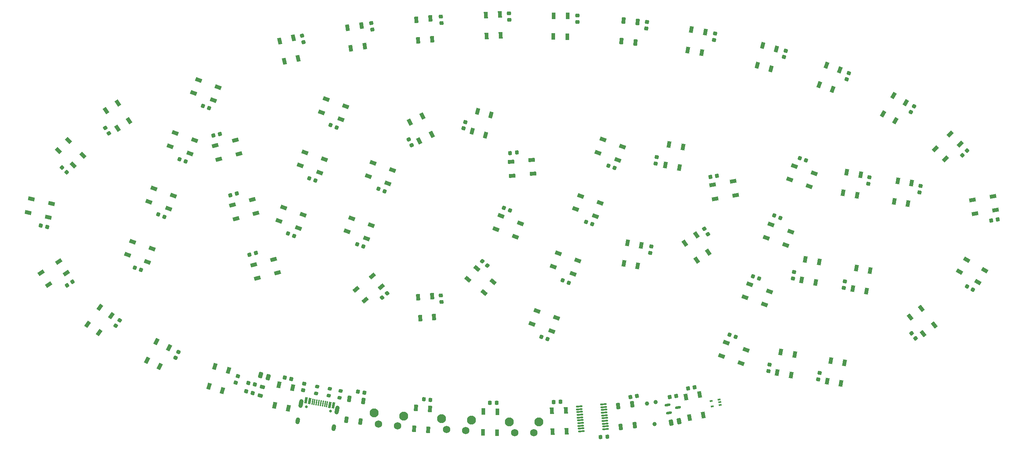
<source format=gts>
%TF.GenerationSoftware,KiCad,Pcbnew,(7.0.0)*%
%TF.CreationDate,2023-11-20T00:40:36-04:00*%
%TF.ProjectId,nopesign,6e6f7065-7369-4676-9e2e-6b696361645f,rev?*%
%TF.SameCoordinates,Original*%
%TF.FileFunction,Soldermask,Top*%
%TF.FilePolarity,Negative*%
%FSLAX46Y46*%
G04 Gerber Fmt 4.6, Leading zero omitted, Abs format (unit mm)*
G04 Created by KiCad (PCBNEW (7.0.0)) date 2023-11-20 00:40:36*
%MOMM*%
%LPD*%
G01*
G04 APERTURE LIST*
G04 Aperture macros list*
%AMRoundRect*
0 Rectangle with rounded corners*
0 $1 Rounding radius*
0 $2 $3 $4 $5 $6 $7 $8 $9 X,Y pos of 4 corners*
0 Add a 4 corners polygon primitive as box body*
4,1,4,$2,$3,$4,$5,$6,$7,$8,$9,$2,$3,0*
0 Add four circle primitives for the rounded corners*
1,1,$1+$1,$2,$3*
1,1,$1+$1,$4,$5*
1,1,$1+$1,$6,$7*
1,1,$1+$1,$8,$9*
0 Add four rect primitives between the rounded corners*
20,1,$1+$1,$2,$3,$4,$5,0*
20,1,$1+$1,$4,$5,$6,$7,0*
20,1,$1+$1,$6,$7,$8,$9,0*
20,1,$1+$1,$8,$9,$2,$3,0*%
%AMHorizOval*
0 Thick line with rounded ends*
0 $1 width*
0 $2 $3 position (X,Y) of the first rounded end (center of the circle)*
0 $4 $5 position (X,Y) of the second rounded end (center of the circle)*
0 Add line between two ends*
20,1,$1,$2,$3,$4,$5,0*
0 Add two circle primitives to create the rounded ends*
1,1,$1,$2,$3*
1,1,$1,$4,$5*%
%AMRotRect*
0 Rectangle, with rotation*
0 The origin of the aperture is its center*
0 $1 length*
0 $2 width*
0 $3 Rotation angle, in degrees counterclockwise*
0 Add horizontal line*
21,1,$1,$2,0,0,$3*%
G04 Aperture macros list end*
%ADD10RoundRect,0.250000X0.364421X0.394110X-0.118542X0.523520X-0.364421X-0.394110X0.118542X-0.523520X0*%
%ADD11RotRect,1.500000X0.900000X80.000000*%
%ADD12RoundRect,0.225000X0.157969X-0.296936X0.311878X0.125926X-0.157969X0.296936X-0.311878X-0.125926X0*%
%ADD13RoundRect,0.225000X-0.296936X-0.157969X0.125926X-0.311878X0.296936X0.157969X-0.125926X0.311878X0*%
%ADD14RoundRect,0.225000X0.296936X0.157969X-0.125926X0.311878X-0.296936X-0.157969X0.125926X-0.311878X0*%
%ADD15RoundRect,0.225000X0.207131X-0.264994X0.285273X0.178170X-0.207131X0.264994X-0.285273X-0.178170X0*%
%ADD16RoundRect,0.225000X-0.268659X0.202355X-0.229439X-0.245933X0.268659X-0.202355X0.229439X0.245933X0*%
%ADD17RoundRect,0.225000X-0.207131X0.264994X-0.285273X-0.178170X0.207131X-0.264994X0.285273X0.178170X0*%
%ADD18RoundRect,0.225000X-0.333843X0.040915X-0.075733X-0.327703X0.333843X-0.040915X0.075733X0.327703X0*%
%ADD19RoundRect,0.225000X0.319856X0.104006X-0.069856X0.329006X-0.319856X-0.104006X0.069856X-0.329006X0*%
%ADD20RoundRect,0.225000X0.017678X-0.335876X0.335876X-0.017678X-0.017678X0.335876X-0.335876X0.017678X0*%
%ADD21RoundRect,0.225000X-0.282120X0.183121X-0.211724X-0.261338X0.282120X-0.183121X0.211724X0.261338X0*%
%ADD22RoundRect,0.225000X0.225112X-0.249900X0.272149X0.197635X-0.225112X0.249900X-0.272149X-0.197635X0*%
%ADD23RotRect,1.500000X0.900000X160.000000*%
%ADD24RoundRect,0.225000X0.268659X-0.202355X0.229439X0.245933X-0.268659X0.202355X-0.229439X-0.245933X0*%
%ADD25RoundRect,0.225000X-0.299648X-0.152762X0.120464X-0.314028X0.299648X0.152762X-0.120464X0.314028X0*%
%ADD26RoundRect,0.225000X-0.183247X0.282038X-0.299716X-0.152629X0.183247X-0.282038X0.299716X0.152629X0*%
%ADD27RoundRect,0.225000X-0.126065X0.311821X-0.323332X-0.092636X0.126065X-0.311821X0.323332X0.092636X0*%
%ADD28RoundRect,0.225000X-0.011663X-0.336138X0.333057X-0.046884X0.011663X0.336138X-0.333057X0.046884X0*%
%ADD29RoundRect,0.225000X-0.070003X0.328975X-0.334506X-0.035083X0.070003X-0.328975X0.334506X0.035083X0*%
%ADD30RoundRect,0.225000X-0.152629X-0.299716X0.282038X-0.183247X0.152629X0.299716X-0.282038X0.183247X0*%
%ADD31RoundRect,0.225000X0.152629X0.299716X-0.282038X0.183247X-0.152629X-0.299716X0.282038X-0.183247X0*%
%ADD32RoundRect,0.225000X-0.335876X-0.017678X-0.017678X-0.335876X0.335876X0.017678X0.017678X0.335876X0*%
%ADD33RoundRect,0.225000X0.275471X0.192979X-0.162996X0.294207X-0.275471X-0.192979X0.162996X-0.294207X0*%
%ADD34RoundRect,0.225000X-0.257604X-0.216253X0.188017X-0.278881X0.257604X0.216253X-0.188017X0.278881X0*%
%ADD35RoundRect,0.225000X0.229329X0.246035X-0.220603X0.253889X-0.229329X-0.246035X0.220603X-0.253889X0*%
%ADD36RoundRect,0.225000X-0.192856X-0.275557X0.253790X-0.220716X0.192856X0.275557X-0.253790X0.220716X0*%
%ADD37RoundRect,0.150000X-0.478667X-0.236716X0.530761X-0.058726X0.478667X0.236716X-0.530761X0.058726X0*%
%ADD38RoundRect,0.250000X-0.163719X-0.511196X0.328685X-0.424372X0.163719X0.511196X-0.328685X0.424372X0*%
%ADD39RotRect,1.500000X0.900000X260.000000*%
%ADD40RoundRect,0.225000X0.104006X-0.319856X0.329006X0.069856X-0.104006X0.319856X-0.329006X-0.069856X0*%
%ADD41RotRect,1.500000X0.900000X240.000000*%
%ADD42RoundRect,0.225000X-0.335527X0.023387X-0.058479X-0.331218X0.335527X-0.023387X0.058479X0.331218X0*%
%ADD43RotRect,1.500000X0.900000X339.000000*%
%ADD44RotRect,1.500000X0.900000X15.000000*%
%ADD45RoundRect,0.225000X-0.178170X-0.285273X0.264994X-0.207131X0.178170X0.285273X-0.264994X0.207131X0*%
%ADD46RoundRect,0.200000X0.236092X-0.244715X0.305552X0.149208X-0.236092X0.244715X-0.305552X-0.149208X0*%
%ADD47RoundRect,0.225000X0.246035X-0.229329X0.253889X0.220603X-0.246035X0.229329X-0.253889X-0.220603X0*%
%ADD48RoundRect,0.225000X0.202355X0.268659X-0.245933X0.229439X-0.202355X-0.268659X0.245933X-0.229439X0*%
%ADD49RotRect,1.500000X0.900000X258.000000*%
%ADD50RotRect,1.500000X0.900000X272.000000*%
%ADD51RotRect,1.500000X0.900000X279.000000*%
%ADD52RotRect,1.500000X0.900000X340.000000*%
%ADD53RoundRect,0.225000X0.245933X0.229439X-0.202355X0.268659X-0.245933X-0.229439X0.202355X-0.268659X0*%
%ADD54RoundRect,0.225000X0.272061X0.197757X-0.168105X0.291317X-0.272061X-0.197757X0.168105X-0.291317X0*%
%ADD55C,2.100000*%
%ADD56C,1.750000*%
%ADD57RotRect,1.500000X0.900000X123.000000*%
%ADD58RoundRect,0.225000X0.257700X-0.216138X0.241995X0.233588X-0.257700X0.216138X-0.241995X-0.233588X0*%
%ADD59RotRect,0.650000X0.400000X190.000000*%
%ADD60RotRect,1.500000X0.900000X280.000000*%
%ADD61RoundRect,0.218750X0.311643X-0.309971X0.424876X0.112622X-0.311643X0.309971X-0.424876X-0.112622X0*%
%ADD62RotRect,1.500000X0.900000X320.000000*%
%ADD63RotRect,1.500000X0.900000X269.000000*%
%ADD64RoundRect,0.225000X0.178170X0.285273X-0.264994X0.207131X-0.178170X-0.285273X0.264994X-0.207131X0*%
%ADD65RoundRect,0.225000X0.282038X0.183247X-0.152629X0.299716X-0.282038X-0.183247X0.152629X-0.299716X0*%
%ADD66RotRect,1.500000X0.900000X10.000000*%
%ADD67RoundRect,0.225000X0.183247X-0.282038X0.299716X0.152629X-0.183247X0.282038X-0.299716X-0.152629X0*%
%ADD68RotRect,1.500000X0.900000X167.000000*%
%ADD69RotRect,1.500000X0.900000X253.000000*%
%ADD70RotRect,1.500000X0.900000X128.000000*%
%ADD71RoundRect,0.225000X-0.173293X0.288261X-0.304860X-0.142076X0.173293X-0.288261X0.304860X0.142076X0*%
%ADD72RotRect,1.500000X0.900000X220.000000*%
%ADD73RotRect,1.500000X0.900000X75.000000*%
%ADD74RotRect,1.500000X0.900000X275.000000*%
%ADD75RoundRect,0.225000X0.294207X-0.162996X0.192979X0.275471X-0.294207X0.162996X-0.192979X-0.275471X0*%
%ADD76RotRect,1.500000X0.900000X225.000000*%
%ADD77RotRect,1.500000X0.900000X135.000000*%
%ADD78HorizOval,1.000000X-0.054671X-0.294976X0.054671X0.294976X0*%
%ADD79HorizOval,1.000000X-0.100230X-0.540790X0.100230X0.540790X0*%
%ADD80RotRect,0.600000X1.450000X349.500000*%
%ADD81RotRect,0.300000X1.450000X349.500000*%
%ADD82C,0.650000*%
%ADD83RotRect,1.500000X0.900000X265.000000*%
%ADD84RoundRect,0.225000X-0.202355X-0.268659X0.245933X-0.229439X0.202355X0.268659X-0.245933X0.229439X0*%
%ADD85RoundRect,0.225000X0.324899X-0.086979X0.120604X0.313974X-0.324899X0.086979X-0.120604X-0.313974X0*%
%ADD86RotRect,1.500000X0.900000X262.000000*%
%ADD87RotRect,1.500000X0.900000X150.000000*%
%ADD88RotRect,1.500000X0.900000X117.000000*%
%ADD89RoundRect,0.225000X-0.333057X-0.046884X0.011663X-0.336138X0.333057X0.046884X-0.011663X0.336138X0*%
%ADD90C,0.990600*%
%ADD91RotRect,1.500000X0.900000X250.000000*%
%ADD92RotRect,1.500000X0.900000X5.000000*%
%ADD93RotRect,1.500000X0.900000X244.000000*%
%ADD94RotRect,1.500000X0.900000X234.000000*%
%ADD95RotRect,1.500000X0.900000X264.000000*%
%ADD96RoundRect,0.100000X-0.626359X-0.155181X0.643790X-0.044058X0.626359X0.155181X-0.643790X0.044058X0*%
%ADD97RotRect,1.500000X0.900000X255.000000*%
%ADD98RoundRect,0.225000X0.332211X-0.052541X0.087124X0.324861X-0.332211X0.052541X-0.087124X-0.324861X0*%
%ADD99RoundRect,0.225000X0.216138X0.257700X-0.233588X0.241995X-0.216138X-0.257700X0.233588X-0.241995X0*%
%ADD100RotRect,1.500000X0.900000X277.000000*%
%ADD101RotRect,1.500000X0.900000X305.000000*%
%ADD102RotRect,1.500000X0.900000X283.000000*%
%ADD103RotRect,1.500000X0.900000X190.000000*%
%ADD104RoundRect,0.225000X0.052541X0.332211X-0.324861X0.087124X-0.052541X-0.332211X0.324861X-0.087124X0*%
%ADD105RotRect,1.500000X0.900000X213.000000*%
G04 APERTURE END LIST*
D10*
X92667630Y-120995878D03*
X90832370Y-120504122D03*
D11*
X229949628Y-100126259D03*
X233199494Y-100699297D03*
X234050370Y-95873739D03*
X230800504Y-95300701D03*
X217949628Y-98126259D03*
X221199494Y-98699297D03*
X222050370Y-93873739D03*
X218800504Y-93300701D03*
D12*
X228484934Y-50978262D03*
X229015066Y-49521738D03*
D13*
X201021738Y-110984934D03*
X202478262Y-111515066D03*
D14*
X207978262Y-97765066D03*
X206521738Y-97234934D03*
D13*
X211521738Y-82984934D03*
X212978262Y-83515066D03*
D15*
X197365423Y-41763226D03*
X197634577Y-40236774D03*
D16*
X133182454Y-36227949D03*
X133317546Y-37772051D03*
D17*
X183884577Y-69236774D03*
X183615423Y-70763226D03*
D18*
X195055478Y-86115157D03*
X195944522Y-87384843D03*
D15*
X182365423Y-91763226D03*
X182634577Y-90236774D03*
D19*
X258171170Y-100387500D03*
X256828830Y-99612500D03*
D20*
X255701992Y-68798008D03*
X256798008Y-67701992D03*
D21*
X116878763Y-37734542D03*
X117121237Y-39265458D03*
D22*
X181418990Y-39020754D03*
X181581010Y-37479246D03*
D15*
X210115423Y-119513226D03*
X210384577Y-117986774D03*
D17*
X222134577Y-119986774D03*
X221865423Y-121513226D03*
D15*
X215865423Y-97763226D03*
X216134577Y-96236774D03*
D23*
X159633419Y-94962542D03*
X160762085Y-91861557D03*
X165366579Y-93537456D03*
X164237913Y-96638441D03*
X115737913Y-88388441D03*
X116866579Y-85287456D03*
X112262085Y-83611557D03*
X111133419Y-86712542D03*
X104737913Y-72888441D03*
X105866579Y-69787456D03*
X101262085Y-68111557D03*
X100133419Y-71212542D03*
X79737913Y-55888441D03*
X80866579Y-52787456D03*
X76262085Y-51111557D03*
X75133419Y-54212542D03*
D24*
X133317546Y-103272051D03*
X133182454Y-101727949D03*
D25*
X148026475Y-81222265D03*
X149473525Y-81777735D03*
D26*
X138950585Y-61001407D03*
X138549415Y-62498593D03*
D27*
X71589738Y-115053435D03*
X70910262Y-116446565D03*
D13*
X156771738Y-111484934D03*
X158228262Y-112015066D03*
D14*
X119978262Y-77265066D03*
X118521738Y-76734934D03*
D28*
X119406316Y-102248160D03*
X120593684Y-101251840D03*
D14*
X103728262Y-74765066D03*
X102271738Y-74234934D03*
D13*
X77271738Y-57234934D03*
X78728262Y-57765066D03*
D29*
X57705534Y-107623012D03*
X56794466Y-108876988D03*
D13*
X97271738Y-87234934D03*
X98728262Y-87765066D03*
D30*
X88251407Y-92200585D03*
X89748593Y-91799415D03*
D31*
X85248593Y-77799415D03*
X83751407Y-78200585D03*
D14*
X73228262Y-70265066D03*
X71771738Y-69734934D03*
D32*
X44201992Y-71701992D03*
X45298008Y-72798008D03*
D33*
X40755137Y-85674337D03*
X39244863Y-85325663D03*
D34*
X113732542Y-124392141D03*
X115267458Y-124607859D03*
D35*
X146274882Y-127013526D03*
X144725118Y-126986474D03*
D36*
X177730777Y-125594449D03*
X179269223Y-125405551D03*
D37*
X186464815Y-127511957D03*
X186794747Y-129383092D03*
X188870219Y-128052475D03*
D38*
X187314433Y-131664966D03*
X189185567Y-131335034D03*
D39*
X231800370Y-73373739D03*
X228550504Y-72800701D03*
X227699628Y-77626259D03*
X230949494Y-78199297D03*
D40*
X243612500Y-58671170D03*
X244387500Y-57328830D03*
D41*
X242403941Y-56453237D03*
X239546057Y-54803237D03*
X237096057Y-59046761D03*
X239953941Y-60696761D03*
D42*
X243772862Y-110639292D03*
X244727138Y-111860708D03*
D43*
X147304034Y-83081590D03*
X146121420Y-86162405D03*
X150695964Y-87918408D03*
X151878578Y-84837593D03*
D44*
X84206429Y-80540328D03*
X85060532Y-83727883D03*
X89793569Y-82459670D03*
X88939466Y-79272115D03*
D45*
X262486774Y-84134577D03*
X264013226Y-83865423D03*
D14*
X218978262Y-70015066D03*
X217521738Y-69484934D03*
D46*
X103856740Y-124812466D03*
X104143260Y-123187534D03*
D47*
X165236474Y-37524882D03*
X165263526Y-35975118D03*
D48*
X151022051Y-68182454D03*
X149477949Y-68317546D03*
D13*
X107271738Y-61734934D03*
X108728262Y-62265066D03*
D49*
X98410783Y-123446592D03*
X95182896Y-122760483D03*
X94164129Y-127553406D03*
X97392016Y-128239515D03*
D50*
X147063490Y-35743907D03*
X143765500Y-35859076D03*
X143936508Y-40756091D03*
X147234498Y-40640922D03*
D51*
X114533877Y-38322046D03*
X111274506Y-38838279D03*
X112041035Y-43677952D03*
X115300406Y-43161719D03*
D23*
X64237913Y-93888441D03*
X65366579Y-90787456D03*
X60762085Y-89111557D03*
X59633419Y-92212542D03*
D52*
X216262085Y-71361557D03*
X215133419Y-74462542D03*
X219737913Y-76138441D03*
X220866579Y-73037456D03*
D13*
X68228262Y-83265066D03*
X66771738Y-82734934D03*
D11*
X212199628Y-119876259D03*
X215449494Y-120449297D03*
X216300370Y-115623739D03*
X213050504Y-115050701D03*
D53*
X130772051Y-126317546D03*
X129227949Y-126182454D03*
D54*
X98008064Y-121411132D03*
X96491936Y-121088868D03*
D23*
X120737913Y-75388441D03*
X121866579Y-72287456D03*
X117262085Y-70611557D03*
X116133419Y-73712542D03*
D50*
X162563490Y-128743907D03*
X159265500Y-128859076D03*
X159436508Y-133756091D03*
X162734498Y-133640922D03*
D55*
X156250000Y-131510000D03*
X149240000Y-131510000D03*
D56*
X155000000Y-134000000D03*
X150500000Y-134000000D03*
D57*
X57200558Y-62453396D03*
X59968171Y-60656087D03*
X57299440Y-56546602D03*
X54531827Y-58343911D03*
D58*
X149277047Y-37024528D03*
X149222953Y-35475472D03*
D59*
X198798438Y-127475158D03*
X198685566Y-126835033D03*
X198572695Y-126194908D03*
X196701560Y-126524840D03*
X196927303Y-127805090D03*
D60*
X193986951Y-125050701D03*
X190737085Y-125623739D03*
X191587961Y-130449297D03*
X194837827Y-129876259D03*
D61*
X90725005Y-125276296D03*
X91274995Y-123223704D03*
D46*
X106856740Y-125312466D03*
X107143260Y-123687534D03*
D62*
X145437407Y-98560855D03*
X143316208Y-101088802D03*
X139562591Y-97939143D03*
X141683790Y-95411196D03*
D44*
X80206429Y-66540328D03*
X81060532Y-69727883D03*
X85793569Y-68459670D03*
X84939466Y-65272115D03*
D63*
X162979963Y-36079169D03*
X159680466Y-36021576D03*
X159594949Y-40920829D03*
X162894446Y-40978422D03*
D45*
X196486774Y-73884577D03*
X198013226Y-73615423D03*
D64*
X188513226Y-125365423D03*
X186986774Y-125634577D03*
D52*
X205762085Y-99111557D03*
X204633419Y-102212542D03*
X209237913Y-103888441D03*
X210366579Y-100787456D03*
D65*
X88998593Y-124700585D03*
X87501407Y-124299415D03*
D66*
X201876259Y-74949628D03*
X202449297Y-78199494D03*
X197623739Y-79050370D03*
X197050701Y-75800504D03*
D55*
X140378603Y-131078832D03*
X133378210Y-130711957D03*
D56*
X139000000Y-133500000D03*
X134506167Y-133264488D03*
D67*
X213799415Y-45748593D03*
X214200585Y-44251407D03*
D68*
X41016036Y-83408840D03*
X41758375Y-80193418D03*
X36983962Y-79091158D03*
X36241623Y-82306580D03*
D69*
X83294213Y-119389466D03*
X80138407Y-118424639D03*
X78705785Y-123110532D03*
X81861591Y-124075359D03*
D17*
X245884577Y-75986774D03*
X245615423Y-77513226D03*
D15*
X233615423Y-75513226D03*
X233884577Y-73986774D03*
D70*
X246458152Y-110696467D03*
X249058587Y-108664784D03*
X246041846Y-104803531D03*
X243441411Y-106835214D03*
D13*
X113521738Y-89734934D03*
X114978262Y-90265066D03*
D71*
X85476588Y-120758864D03*
X85023412Y-122241136D03*
D11*
X185949628Y-71126259D03*
X189199494Y-71699297D03*
X190050370Y-66873739D03*
X186800504Y-66300701D03*
D46*
X109643260Y-124187534D03*
X109356740Y-125812466D03*
D72*
X119187407Y-99689143D03*
X117066208Y-97161196D03*
X113312591Y-100310855D03*
X115433790Y-102838802D03*
D30*
X79751407Y-64200585D03*
X81248593Y-63799415D03*
D23*
X169487913Y-83138441D03*
X170616579Y-80037456D03*
X166012085Y-78361557D03*
X164883419Y-81462542D03*
D73*
X141790328Y-58456429D03*
X144977883Y-59310532D03*
X143709670Y-64043569D03*
X140522115Y-63189466D03*
D74*
X130717646Y-36665515D03*
X127430203Y-36953129D03*
X127857266Y-41834483D03*
X131144709Y-41546869D03*
D56*
X118524651Y-131972399D03*
X123000000Y-132442777D03*
D55*
X117531830Y-129364334D03*
X124503428Y-130097078D03*
D13*
X172521738Y-71234934D03*
X173978262Y-71765066D03*
D75*
X100924337Y-42255137D03*
X100575663Y-40744863D03*
D76*
X255149137Y-66184314D03*
X252815684Y-63850861D03*
X249350861Y-67315684D03*
X251684314Y-69649137D03*
D77*
X46815684Y-71149137D03*
X49149137Y-68815684D03*
X45684314Y-65350861D03*
X43350861Y-67684314D03*
D23*
X109737913Y-60388441D03*
X110866579Y-57287456D03*
X106262085Y-55611557D03*
X105133419Y-58712542D03*
D78*
X108056313Y-132819674D03*
D79*
X108818057Y-128709669D03*
D78*
X99560990Y-131245159D03*
D79*
X100322735Y-127135154D03*
D80*
X101541563Y-126430467D03*
X102328167Y-126576256D03*
D81*
X103016446Y-126703821D03*
X103999701Y-126886056D03*
X105474583Y-127159410D03*
X106457838Y-127341645D03*
D80*
X107146116Y-127469210D03*
X107932720Y-127614998D03*
X107932720Y-127614998D03*
X107146116Y-127469210D03*
D81*
X105966210Y-127250527D03*
X104982955Y-127068292D03*
X104491328Y-126977174D03*
X103508073Y-126794938D03*
D80*
X102328167Y-126576256D03*
X101541563Y-126430467D03*
D82*
X107315419Y-128970198D03*
X101632206Y-127916877D03*
D14*
X163228262Y-98765066D03*
X161771738Y-98234934D03*
D74*
X131180189Y-101915515D03*
X127892746Y-102203129D03*
X128319809Y-107084483D03*
X131607252Y-106796869D03*
D83*
X130644709Y-128453129D03*
X127357266Y-128165515D03*
X126930203Y-133046869D03*
X130217646Y-133334483D03*
D52*
X210762085Y-85111557D03*
X209633419Y-88212542D03*
X214237913Y-89888441D03*
X215366579Y-86787456D03*
D84*
X170727949Y-135067546D03*
X172272051Y-134932454D03*
D85*
X126351843Y-66440530D03*
X125648157Y-65059470D03*
D86*
X114974915Y-126553478D03*
X111707031Y-126094207D03*
X111025083Y-130946520D03*
X114292967Y-131405791D03*
D23*
X99737913Y-85888441D03*
X100866579Y-82787456D03*
X96262085Y-81111557D03*
X95133419Y-84212542D03*
D87*
X259296761Y-98653941D03*
X260946761Y-95796057D03*
X256703237Y-93346057D03*
X255053237Y-96203941D03*
D88*
X128142115Y-65432049D03*
X131082436Y-63933881D03*
X128857883Y-59567949D03*
X125917562Y-61066117D03*
D89*
X142906316Y-93751840D03*
X144093684Y-94748160D03*
D23*
X174737913Y-69888441D03*
X175866579Y-66787456D03*
X171262085Y-65111557D03*
X170133419Y-68212542D03*
D90*
X181640388Y-127126119D03*
X183652613Y-126843319D03*
X183353500Y-132015281D03*
D44*
X89206429Y-94540328D03*
X90060532Y-97727883D03*
X94793569Y-96459670D03*
X93939466Y-93272115D03*
D91*
X226888441Y-48762085D03*
X223787456Y-47633419D03*
X222111557Y-52237913D03*
X225212542Y-53366579D03*
D92*
X149665515Y-70319809D03*
X149953129Y-73607252D03*
X154834483Y-73180189D03*
X154546869Y-69892746D03*
D93*
X69307018Y-114021266D03*
X66340998Y-112574641D03*
X64192980Y-116978732D03*
X67159000Y-118425357D03*
D39*
X243800370Y-75373739D03*
X240550504Y-74800701D03*
X239699628Y-79626259D03*
X242949494Y-80199297D03*
D11*
X223949628Y-121876259D03*
X227199494Y-122449297D03*
X228050370Y-117623739D03*
X224800504Y-117050701D03*
D23*
X69237913Y-81388441D03*
X70366579Y-78287456D03*
X65762085Y-76611557D03*
X64633419Y-79712542D03*
D52*
X200262085Y-112861557D03*
X199133419Y-115962542D03*
X203737913Y-117638441D03*
X204866579Y-114537456D03*
D23*
X159237913Y-110138441D03*
X160366579Y-107037456D03*
X155762085Y-105361557D03*
X154633419Y-108462542D03*
D63*
X146442506Y-129079169D03*
X143143009Y-129021576D03*
X143057492Y-133920829D03*
X146356989Y-133978422D03*
D23*
X74237913Y-68388441D03*
X75366579Y-65287456D03*
X70762085Y-63611557D03*
X69633419Y-66712542D03*
D94*
X55774951Y-106487753D03*
X53105195Y-104548062D03*
X50225047Y-108512245D03*
X52894803Y-110451936D03*
D95*
X179397055Y-37485892D03*
X176115133Y-37140948D03*
X175602943Y-42014106D03*
X178884865Y-42359050D03*
D14*
X62728262Y-95765066D03*
X61271738Y-95234934D03*
D96*
X165680919Y-127835614D03*
X165737570Y-128483140D03*
X165794222Y-129130667D03*
X165850873Y-129778193D03*
X165907524Y-130425720D03*
X165964175Y-131073247D03*
X166020827Y-131720773D03*
X166077478Y-132368300D03*
X166134129Y-133015826D03*
X166190780Y-133663353D03*
X171893995Y-133164386D03*
X171837344Y-132516860D03*
X171780692Y-131869333D03*
X171724041Y-131221807D03*
X171667390Y-130574280D03*
X171610739Y-129926753D03*
X171554087Y-129279227D03*
X171497436Y-128631700D03*
X171440785Y-127984174D03*
X171384134Y-127336647D03*
D97*
X211977883Y-43810532D03*
X208790328Y-42956429D03*
X207522115Y-47689466D03*
X210709670Y-48543569D03*
D98*
X55172095Y-63649970D03*
X54327905Y-62350030D03*
D39*
X195300370Y-39873739D03*
X192050504Y-39300701D03*
X191199628Y-44126259D03*
X194449494Y-44699297D03*
D99*
X161274528Y-126722953D03*
X159725472Y-126777047D03*
D13*
X167271738Y-84484934D03*
X168728262Y-85015066D03*
D100*
X178126577Y-127367177D03*
X174851175Y-127769345D03*
X175448335Y-132632821D03*
X178723737Y-132230653D03*
D101*
X196006862Y-91560520D03*
X193303660Y-93453323D03*
X190493136Y-89439478D03*
X193196338Y-87546675D03*
D102*
X98556580Y-41241623D03*
X95341158Y-41983962D03*
X96443418Y-46758375D03*
X99658840Y-46016036D03*
D64*
X192763226Y-123365423D03*
X191236774Y-123634577D03*
D65*
X89498593Y-122700585D03*
X88001407Y-122299415D03*
D39*
X180300370Y-90007159D03*
X177050504Y-89434121D03*
X176199628Y-94259679D03*
X179449494Y-94832717D03*
D103*
X263449297Y-81699494D03*
X262876259Y-78449628D03*
X258050701Y-79300504D03*
X258623739Y-82550370D03*
D15*
X100865423Y-124013226D03*
X101134577Y-122486774D03*
D104*
X46649970Y-98577905D03*
X45350030Y-99422095D03*
D105*
X45203396Y-96549440D03*
X43406087Y-93781827D03*
X39296602Y-96450558D03*
X41093911Y-99218171D03*
D15*
X227865423Y-100013226D03*
X228134577Y-98486774D03*
M02*

</source>
